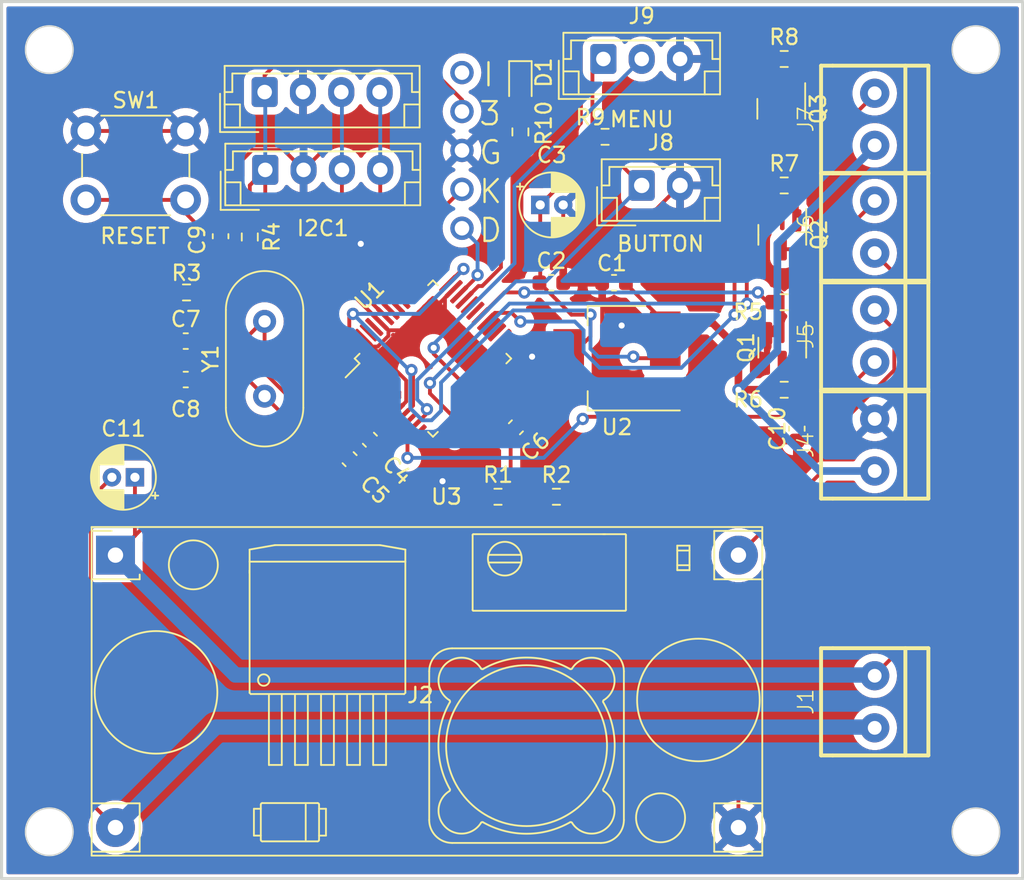
<source format=kicad_pcb>
(kicad_pcb (version 20221018) (generator pcbnew)
  (layers (0 "F.Cu" signal) (31 "B.Cu" signal) (34 "B.Paste" user) (35 "F.Paste" user) (36 "B.SilkS" user "B.Silkscreen") (37 "F.SilkS" user "F.Silkscreen") (38 "B.Mask" user) (39 "F.Mask" user) (44 "Edge.Cuts" user))
  (net 0 "")
  (net 1 "+6V")
  (net 2 "GND")
  (net 3 "+3V3")
  (net 4 "BAT_ADC")
  (net 5 "Net-(D1-A)")
  (net 6 "OSCIN")
  (net 7 "OSCOUT")
  (net 8 "NRST")
  (net 9 "HALL_SENS")
  (net 10 "+BATT")
  (net 11 "SDA")
  (net 12 "SCL")
  (net 13 "SERVO_SIGNAL")
  (net 14 "Net-(Q2-D)")
  (net 15 "Net-(Q3-D)")
  (net 16 "BUTTON")
  (net 17 "MENU_ADC")
  (net 18 "Net-(Q1-G)")
  (net 19 "Net-(Q2-G)")
  (net 20 "Net-(Q3-G)")
  (net 21 "SERVO_PWM")
  (net 22 "HEADLIGHT")
  (net 30 "BRAKE_LED_PWM")
  (net 42 "STATUS")
  (net 43 "SWDIO")
  (net 44 "SWCLK")
  (net 51 "Net-(C11-Pad2)")
  (footprint "Capacitor_THT:CP_Radial_D4.0mm_P1.50mm" (layer "F.Cu") (at 143.026 80.772)
    (fp_text reference "C3" (at 0.75 -3.25) (layer "F.SilkS"))
    (fp_text value "220µF" hide)
    (pad "1" thru_hole rect (at 0 0) (size 1.2 1.2) (drill 0.6) (layers "*.Cu" "*.Mask") (net 3 "+3V3"))
    (pad "2" thru_hole circle (at 1.5 0) (size 1.2 1.2) (drill 0.6) (layers "*.Cu" "*.Mask") (net 2 "GND"))
  )
  (footprint "Button_Switch_THT:SW_PUSH_6mm" (layer "F.Cu") (at 113.388 75.946)
    (fp_text reference "SW1" (at 3.25 -2) (layer "F.SilkS"))
    (fp_text value "RESET" hide)
    (pad "1" thru_hole circle (at 0 0 90) (size 2 2) (drill 1.1) (layers "*.Cu" "*.Mask") (net 2 "GND"))
    (pad "1" thru_hole circle (at 6.5 0 90) (size 2 2) (drill 1.1) (layers "*.Cu" "*.Mask") (net 2 "GND"))
    (pad "2" thru_hole circle (at 0 4.5 90) (size 2 2) (drill 1.1) (layers "*.Cu" "*.Mask") (net 8 "NRST"))
    (pad "2" thru_hole circle (at 6.5 4.5 90) (size 2 2) (drill 1.1) (layers "*.Cu" "*.Mask") (net 8 "NRST"))
  )
  (footprint "Capacitor_SMD:C_0603_1608Metric" (layer "F.Cu") (at 159.766 95.377 -90)
    (fp_text reference "C10" (at 0 1.27 90) (layer "F.SilkS"))
    (fp_text value "10nF" hide)
    (pad "1" smd roundrect (at -0.775 0 270) (size 0.9 0.95) (layers "F.Cu" "F.Paste" "F.Mask") (net 9 "HALL_SENS"))
    (pad "2" smd roundrect (at 0.775 0 270) (size 0.9 0.95) (layers "F.Cu" "F.Paste" "F.Mask") (net 2 "GND"))
  )
  (footprint "Capacitor_SMD:C_0603_1608Metric" (layer "F.Cu") (at 143.751 85.852)
    (fp_text reference "C2" (at 0 -1.43) (layer "F.SilkS"))
    (fp_text value "10uF" hide)
    (pad "1" smd roundrect (at -0.775 0) (size 0.9 0.95) (layers "F.Cu" "F.Paste" "F.Mask") (net 3 "+3V3"))
    (pad "2" smd roundrect (at 0.775 0) (size 0.9 0.95) (layers "F.Cu" "F.Paste" "F.Mask") (net 2 "GND"))
  )
  (footprint "Capacitor_SMD:C_0603_1608Metric" (layer "F.Cu") (at 119.901 92.172)
    (fp_text reference "C8" (at 0 1.935) (layer "F.SilkS"))
    (fp_text value "20pF" hide)
    (pad "1" smd roundrect (at -0.775 0) (size 0.9 0.95) (layers "F.Cu" "F.Paste" "F.Mask") (net 2 "GND"))
    (pad "2" smd roundrect (at 0.775 0) (size 0.9 0.95) (layers "F.Cu" "F.Paste" "F.Mask") (net 7 "OSCOUT"))
  )
  (footprint "Resistor_SMD:R_0603_1608Metric" (layer "F.Cu") (at 141.732 76.009 90)
    (fp_text reference "R10" (at 0.571 1.524 90) (layer "F.SilkS"))
    (fp_text value "1K" hide)
    (pad "1" smd roundrect (at -0.825 0 90) (size 0.8 0.95) (layers "F.Cu" "F.Paste" "F.Mask") (net 42 "STATUS"))
    (pad "2" smd roundrect (at 0.825 0 90) (size 0.8 0.95) (layers "F.Cu" "F.Paste" "F.Mask") (net 5 "Net-(D1-A)"))
  )
  (footprint "power_symbols:screw_2p_small" (layer "F.Cu") (at 160.846 113.206 90)
    (fp_text reference "J1" (at 0 -0.5 90 unlocked) (layer "F.SilkS") (effects (font (thickness 0.1))))
    (fp_text value "BAT-+")
    (pad "1" thru_hole circle (at -1.7 4 90) (size 1.905 1.905) (drill 0.9) (layers "*.Cu" "*.Mask") (net 51 "Net-(C11-Pad2)"))
    (pad "2" thru_hole circle (at 1.7 4 90) (size 1.905 1.905) (drill 0.9) (layers "*.Cu" "*.Mask") (net 10 "+BATT"))
  )
  (footprint "Resistor_SMD:R_0603_1608Metric" (layer "F.Cu") (at 144.081 99.822)
    (fp_text reference "R2" (at 0 -1.43) (layer "F.SilkS"))
    (fp_text value "90R" hide)
    (pad "1" smd roundrect (at -0.825 0) (size 0.8 0.95) (layers "F.Cu" "F.Paste" "F.Mask") (net 4 "BAT_ADC"))
    (pad "2" smd roundrect (at 0.825 0) (size 0.8 0.95) (layers "F.Cu" "F.Paste" "F.Mask") (net 2 "GND"))
  )
  (footprint "power_symbols:screw_2p_small" (layer "F.Cu") (at 160.846 75.184 90)
    (fp_text reference "J7" (at 0 -0.5 90 unlocked) (layer "F.SilkS") (effects (font (thickness 0.1))))
    (fp_text value "BK_LT+-")
    (pad "1" thru_hole circle (at -1.7 4 90) (size 1.905 1.905) (drill 0.9) (layers "*.Cu" "*.Mask") (net 1 "+6V"))
    (pad "2" thru_hole circle (at 1.7 4 90) (size 1.905 1.905) (drill 0.9) (layers "*.Cu" "*.Mask") (net 15 "Net-(Q3-D)"))
  )
  (footprint "Package_TO_SOT_SMD:SOT-23" (layer "F.Cu") (at 158.75 74.5005 -90)
    (fp_text reference "Q3" (at 0 -2.4 90) (layer "F.SilkS"))
    (fp_text value "AO3400A")
    (pad "1" smd roundrect (at -0.9375 -0.95 270) (size 1.475 0.6) (layers "F.Cu" "F.Paste" "F.Mask") (net 20 "Net-(Q3-G)"))
    (pad "2" smd roundrect (at -0.9375 0.95 270) (size 1.475 0.6) (layers "F.Cu" "F.Paste" "F.Mask") (net 2 "GND"))
    (pad "3" smd roundrect (at 0.9375 0 270) (size 1.475 0.6) (layers "F.Cu" "F.Paste" "F.Mask") (net 15 "Net-(Q3-D)"))
  )
  (footprint "Package_TO_SOT_SMD:SOT-23" (layer "F.Cu") (at 158.816 90.0915 -90)
    (fp_text reference "Q1" (at 0 2.352 90) (layer "F.SilkS"))
    (fp_text value "AO3400A" hide)
    (pad "1" smd roundrect (at -0.9375 -0.95 270) (size 1.475 0.6) (layers "F.Cu" "F.Paste" "F.Mask") (net 18 "Net-(Q1-G)"))
    (pad "2" smd roundrect (at -0.9375 0.95 270) (size 1.475 0.6) (layers "F.Cu" "F.Paste" "F.Mask") (net 2 "GND"))
    (pad "3" smd roundrect (at 0.9375 0 270) (size 1.475 0.6) (layers "F.Cu" "F.Paste" "F.Mask") (net 13 "SERVO_SIGNAL"))
  )
  (footprint "Resistor_SMD:R_0603_1608Metric" (layer "F.Cu") (at 158.941 87.122)
    (fp_text reference "R5" (at -2.35 0.635) (layer "F.SilkS"))
    (fp_text value "120R" hide)
    (pad "1" smd roundrect (at -0.825 0) (size 0.8 0.95) (layers "F.Cu" "F.Paste" "F.Mask") (net 21 "SERVO_PWM"))
    (pad "2" smd roundrect (at 0.825 0) (size 0.8 0.95) (layers "F.Cu" "F.Paste" "F.Mask") (net 18 "Net-(Q1-G)"))
  )
  (footprint "power_symbols:YAAJ_DCDC_StepDown_LM2596" (layer "F.Cu") (at 115.316 103.632)
    (fp_text reference "U3" (at 21.59 -3.81) (layer "F.SilkS"))
    (fp_text value "YAAJ_DCDC_StepDown_LM2596" hide)
    (pad "1" thru_hole rect (at 0 0) (size 2.54 2.54) (drill 1) (layers "*.Cu" "*.Mask") (net 10 "+BATT"))
    (pad "2" thru_hole circle (at 0 17.78) (size 2.54 2.54) (drill 1) (layers "*.Cu" "*.Mask") (net 51 "Net-(C11-Pad2)"))
    (pad "3" thru_hole circle (at 40.64 17.78) (size 2.54 2.54) (drill 1) (layers "*.Cu" "*.Mask") (net 2 "GND"))
    (pad "4" thru_hole circle (at 40.64 0) (size 2.54 2.54) (drill 1) (layers "*.Cu" "*.Mask") (net 1 "+6V"))
  )
  (footprint "Package_TO_SOT_SMD:SOT-223-3_TabPin2" (layer "F.Cu") (at 148.0312 90.7796 180)
    (fp_text reference "U2" (at 0 -4.5) (layer "F.SilkS"))
    (fp_text value "AMS1117-3.3" hide)
    (pad "1" smd rect (at -3.15 -2.3 180) (size 2 1.5) (layers "F.Cu" "F.Paste" "F.Mask") (net 2 "GND"))
    (pad "2" smd rect (at -3.15 0 180) (size 2 1.5) (layers "F.Cu" "F.Paste" "F.Mask") (net 3 "+3V3"))
    (pad "2" smd rect (at 3.15 0 180) (size 2 3.8) (layers "F.Cu" "F.Paste" "F.Mask") (net 3 "+3V3"))
    (pad "3" smd rect (at -3.15 2.3 180) (size 2 1.5) (layers "F.Cu" "F.Paste" "F.Mask") (net 1 "+6V"))
  )
  (footprint "power_symbols:screw_2p_small" (layer "F.Cu") (at 160.846 82.218 90)
    (fp_text reference "J6" (at 0 -0.5 90 unlocked) (layer "F.SilkS") (effects (font (thickness 0.1))))
    (fp_text value "FR_LT+-")
    (pad "1" thru_hole circle (at -1.7 4 90) (size 1.905 1.905) (drill 0.9) (layers "*.Cu" "*.Mask") (net 10 "+BATT"))
    (pad "2" thru_hole circle (at 1.7 4 90) (size 1.905 1.905) (drill 0.9) (layers "*.Cu" "*.Mask") (net 14 "Net-(Q2-D)"))
  )
  (footprint "Package_QFP:LQFP-48_7x7mm_P0.5mm" (layer "F.Cu") (at 136.027231 90.800905 45)
    (fp_text reference "U1" (at 0 -5.85 45) (layer "F.SilkS"))
    (fp_text value "STM32F103C6Tx" hide)
    (pad "1" smd roundrect (at -4.1625 -2.75 45) (size 1.475 0.3) (layers "F.Cu" "F.Paste" "F.Mask"))
    (pad "2" smd roundrect (at -4.1625 -2.25 45) (size 1.475 0.3) (layers "F.Cu" "F.Paste" "F.Mask"))
    (pad "3" smd roundrect (at -4.1625 -1.75 45) (size 1.475 0.3) (layers "F.Cu" "F.Paste" "F.Mask"))
    (pad "4" smd roundrect (at -4.1625 -1.25 45) (size 1.475 0.3) (layers "F.Cu" "F.Paste" "F.Mask"))
    (pad "5" smd roundrect (at -4.1625 -0.75 45) (size 1.475 0.3) (layers "F.Cu" "F.Paste" "F.Mask") (net 6 "OSCIN"))
    (pad "6" smd roundrect (at -4.1625 -0.25 45) (size 1.475 0.3) (layers "F.Cu" "F.Paste" "F.Mask") (net 7 "OSCOUT"))
    (pad "7" smd roundrect (at -4.1625 0.25 45) (size 1.475 0.3) (layers "F.Cu" "F.Paste" "F.Mask") (net 8 "NRST"))
    (pad "8" smd roundrect (at -4.1625 0.75 45) (size 1.475 0.3) (layers "F.Cu" "F.Paste" "F.Mask") (net 2 "GND"))
    (pad "9" smd roundrect (at -4.1625 1.25 45) (size 1.475 0.3) (layers "F.Cu" "F.Paste" "F.Mask") (net 3 "+3V3"))
    (pad "10" smd roundrect (at -4.1625 1.75 45) (size 1.475 0.3) (layers "F.Cu" "F.Paste" "F.Mask"))
    (pad "11" smd roundrect (at -4.1625 2.25 45) (size 1.475 0.3) (layers "F.Cu" "F.Paste" "F.Mask") (net 16 "BUTTON"))
    (pad "12" smd roundrect (at -4.1625 2.75 45) (size 1.475 0.3) (layers "F.Cu" "F.Paste" "F.Mask") (net 9 "HALL_SENS"))
    (pad "13" smd roundrect (at -2.75 4.1625 45) (size 0.3 1.475) (layers "F.Cu" "F.Paste" "F.Mask"))
    (pad "14" smd roundrect (at -2.25 4.1625 45) (size 0.3 1.475) (layers "F.Cu" "F.Paste" "F.Mask"))
    (pad "15" smd roundrect (at -1.75 4.1625 45) (size 0.3 1.475) (layers "F.Cu" "F.Paste" "F.Mask") (net 22 "HEADLIGHT"))
    (pad "16" smd roundrect (at -1.25 4.1625 45) (size 0.3 1.475) (layers "F.Cu" "F.Paste" "F.Mask"))
    (pad "17" smd roundrect (at -0.75 4.1625 45) (size 0.3 1.475) (layers "F.Cu" "F.Paste" "F.Mask"))
    (pad "18" smd roundrect (at -0.25 4.1625 45) (size 0.3 1.475) (layers "F.Cu" "F.Paste" "F.Mask") (net 4 "BAT_ADC"))
    (pad "19" smd roundrect (at 0.25 4.1625 45) (size 0.3 1.475) (layers "F.Cu" "F.Paste" "F.Mask") (net 17 "MENU_ADC"))
    (pad "20" smd roundrect (at 0.75 4.1625 45) (size 0.3 1.475) (layers "F.Cu" "F.Paste" "F.Mask"))
    (pad "21" smd roundrect (at 1.25 4.1625 45) (size 0.3 1.475) (layers "F.Cu" "F.Paste" "F.Mask"))
    (pad "22" smd roundrect (at 1.75 4.1625 45) (size 0.3 1.475) (layers "F.Cu" "F.Paste" "F.Mask"))
    (pad "23" smd roundrect (at 2.25 4.1625 45) (size 0.3 1.475) (layers "F.Cu" "F.Paste" "F.Mask") (net 2 "GND"))
    (pad "24" smd roundrect (at 2.75 4.1625 45) (size 0.3 1.475) (layers "F.Cu" "F.Paste" "F.Mask") (net 3 "+3V3"))
    (pad "25" smd roundrect (at 4.1625 2.75 45) (size 1.475 0.3) (layers "F.Cu" "F.Paste" "F.Mask"))
    (pad "26" smd roundrect (at 4.1625 2.25 45) (size 1.475 0.3) (layers "F.Cu" "F.Paste" "F.Mask"))
    (pad "27" smd roundrect (at 4.1625 1.75 45) (size 1.475 0.3) (layers "F.Cu" "F.Paste" "F.Mask"))
    (pad "28" smd roundrect (at 4.1625 1.25 45) (size 1.475 0.3) (layers "F.Cu" "F.Paste" "F.Mask"))
    (pad "29" smd roundrect (at 4.1625 0.75 45) (size 1.475 0.3) (layers "F.Cu" "F.Paste" "F.Mask") (net 30 "BRAKE_LED_PWM"))
    (pad "30" smd roundrect (at 4.1625 0.25 45) (size 1.475 0.3) (layers "F.Cu" "F.Paste" "F.Mask") (net 21 "SERVO_PWM"))
    (pad "31" smd roundrect (at 4.1625 -0.25 45) (size 1.475 0.3) (layers "F.Cu" "F.Paste" "F.Mask"))
    (pad "32" smd roundrect (at 4.1625 -0.75 45) (size 1.475 0.3) (layers "F.Cu" "F.Paste" "F.Mask"))
    (pad "33" smd roundrect (at 4.1625 -1.25 45) (size 1.475 0.3) (layers "F.Cu" "F.Paste" "F.Mask") (net 42 "STATUS"))
    (pad "34" smd roundrect (at 4.1625 -1.75 45) (size 1.475 0.3) (layers "F.Cu" "F.Paste" "F.Mask") (net 43 "SWDIO"))
    (pad "35" smd roundrect (at 4.1625 -2.25 45) (size 1.475 0.3) (layers "F.Cu" "F.Paste" "F.Mask") (net 2 "GND"))
    (pad "36" smd roundrect (at 4.1625 -2.75 45) (size 1.475 0.3) (layers "F.Cu" "F.Paste" "F.Mask") (net 3 "+3V3"))
    (pad "37" smd roundrect (at 2.75 -4.1625 45) (size 0.3 1.475) (layers "F.Cu" "F.Paste" "F.Mask") (net 44 "SWCLK"))
    (pad "38" smd roundrect (at 2.25 -4.1625 45) (size 0.3 1.475) (layers "F.Cu" "F.Paste" "F.Mask"))
    (pad "39" smd roundrect (at 1.75 -4.1625 45) (size 0.3 1.475) (layers "F.Cu" "F.Paste" "F.Mask"))
    (pad "40" smd roundrect (at 1.25 -4.1625 45) (size 0.3 1.475) (layers "F.Cu" "F.Paste" "F.Mask"))
    (pad "41" smd roundrect (at 0.75 -4.1625 45) (size 0.3 1.475) (layers "F.Cu" "F.Paste" "F.Mask"))
    (pad "42" smd roundrect (at 0.25 -4.1625 45) (size 0.3 1.475) (layers "F.Cu" "F.Paste" "F.Mask") (net 12 "SCL"))
    (pad "43" smd roundrect (at -0.25 -4.1625 45) (size 0.3 1.475) (layers "F.Cu" "F.Paste" "F.Mask") (net 11 "SDA"))
    (pad "44" smd roundrect (at -0.75 -4.1625 45) (size 0.3 1.475) (layers "F.Cu" "F.Paste" "F.Mask") (net 2 "GND"))
    (pad "45" smd roundrect (at -1.25 -4.1625 45) (size 0.3 1.475) (layers "F.Cu" "F.Paste" "F.Mask"))
    (pad "46" smd roundrect (at -1.75 -4.1625 45) (size 0.3 1.475) (layers "F.Cu" "F.Paste" "F.Mask"))
    (pad "47" smd roundrect (at -2.25 -4.1625 45) (size 0.3 1.475) (layers "F.Cu" "F.Paste" "F.Mask") (net 2 "GND"))
    (pad "48" smd roundrect (at -2.75 -4.1625 45) (size 0.3 1.475) (layers "F.Cu" "F.Paste" "F.Mask") (net 3 "+3V3"))
  )
  (footprint "power_symbols:screw_2p_small" (layer "F.Cu") (at 160.846 96.442 90)
    (fp_text reference "J4" (at 0 -0.5 90 unlocked) (layer "F.SilkS") (effects (font (thickness 0.1))))
    (fp_text value "SRVO+-")
    (pad "1" thru_hole circle (at -1.7 4 90) (size 1.905 1.905) (drill 0.9) (layers "*.Cu" "*.Mask") (net 1 "+6V"))
    (pad "2" thru_hole circle (at 1.7 4 90) (size 1.905 1.905) (drill 0.9) (layers "*.Cu" "*.Mask") (net 2 "GND"))
  )
  (footprint "Resistor_SMD:R_0603_1608Metric" (layer "F.Cu") (at 124.079 82.867 -90)
    (fp_text reference "R4" (at 0 -1.43 90) (layer "F.SilkS"))
    (fp_text value "10K" hide)
    (pad "1" smd roundrect (at -0.825 0 270) (size 0.8 0.95) (layers "F.Cu" "F.Paste" "F.Mask") (net 3 "+3V3"))
    (pad "2" smd roundrect (at 0.825 0 270) (size 0.8 0.95) (layers "F.Cu" "F.Paste" "F.Mask") (net 8 "NRST"))
  )
  (footprint "LED_SMD:LED_0603_1608Metric" (layer "F.Cu") (at 141.732 72.8725 -90)
    (fp_text reference "D1" (at -0.7365 -1.524 90) (layer "F.SilkS"))
    (fp_text value "LED" hide)
    (pad "1" smd roundrect (at -0.7875 0 270) (size 0.875 0.95) (layers "F.Cu" "F.Paste" "F.Mask") (net 2 "GND"))
    (pad "2" smd roundrect (at 0.7875 0 270) (size 0.875 0.95) (layers "F.Cu" "F.Paste" "F.Mask") (net 5 "Net-(D1-A)"))
  )
  (footprint "Capacitor_SMD:C_0603_1608Metric" (layer "F.Cu") (at 130.589984 97.368992 135)
    (fp_text reference "C5" (at -2.566079 -0.251023 135) (layer "F.SilkS"))
    (fp_text value "4.7uF" hide)
    (pad "1" smd roundrect (at -0.775 0 135) (size 0.9 0.95) (layers "F.Cu" "F.Paste" "F.Mask") (net 3 "+3V3"))
    (pad "2" smd roundrect (at 0.775 0 135) (size 0.9 0.95) (layers "F.Cu" "F.Paste" "F.Mask") (net 2 "GND"))
  )
  (footprint "power_symbols:stm_headers" (layer "F.Cu") (at 137.922 72.136)
    (fp_text reference "P1" hide)
    (fp_text value "~" hide)
    (fp_text user "G" (at 1.016 6.096 unlocked) (layer "F.SilkS") (effects (font (size 1.5 1.5) (thickness 0.153)) (justify left bottom)))
    (fp_text user "K" (at 1.016 8.636 unlocked) (layer "F.SilkS") (effects (font (size 1.5 1.5) (thickness 0.153) bold) (justify left bottom)))
    (fp_text user "D" (at 1.016 11.176 unlocked) (layer "F.SilkS") (effects (font (size 1.5 1.5) (thickness 0.153)) (justify left bottom)))
    (fp_text user "I" (at 1.27 1.016 unlocked) (layer "F.SilkS") (effects (font (size 1.5 1.5) (thickness 0.153)) (justify left bottom)))
    (fp_text user "3" (at 1.016 3.556 unlocked) (layer "F.SilkS") (effects (font (size 1.5 1.5) (thickness 0.153)) (justify left bottom)))
    (pad "1" thru_hole circle (at 0 0) (size 1.524 1.524) (drill 0.95) (layers "*.Cu" "*.Mask"))
    (pad "2" thru_hole circle (at 0 2.54) (size 1.524 1.524) (drill 0.95) (layers "*.Cu" "*.Mask") (net 3 "+3V3"))
    (pad "3" thru_hole circle (at 0 5.08) (size 1.524 1.524) (drill 0.95) (layers "*.Cu" "*.Mask") (net 2 "GND"))
    (pad "4" thru_hole circle (at 0 7.62) (size 1.524 1.524) (drill 0.95) (layers "*.Cu" "*.Mask") (net 44 "SWCLK"))
    (pad "5" thru_hole circle (at 0 10.16) (size 1.524 1.524) (drill 0.95) (layers "*.Cu" "*.Mask") (net 43 "SWDIO"))
  )
  (footprint "Resistor_SMD:R_0603_1608Metric" (layer "F.Cu") (at 158.941 92.837 180)
    (fp_text reference "R6" (at 2.35 -0.635) (layer "F.SilkS"))
    (fp_text value "1K" hide)
    (pad "1" smd roundrect (at -0.825 0 180) (size 0.8 0.95) (layers "F.Cu" "F.Paste" "F.Mask") (net 13 "SERVO_SIGNAL"))
    (pad "2" smd roundrect (at 0.825 0 180) (size 0.8 0.95) (layers "F.Cu" "F.Paste" "F.Mask") (net 1 "+6V"))
  )
  (footprint "power_symbols:screw_2p_small" (layer "F.Cu") (at 160.846 89.33 90)
    (fp_text reference "J5" (at 0 -0.5 90 unlocked) (layer "F.SilkS") (effects (font (thickness 0.1))))
    (fp_text value "SRV/HLL")
    (pad "1" thru_hole circle (at -1.7 4 90) (size 1.905 1.905) (drill 0.9) (layers "*.Cu" "*.Mask") (net 13 "SERVO_SIGNAL"))
    (pad "2" thru_hole circle (at 1.7 4 90) (size 1.905 1.905) (drill 0.9) (layers "*.Cu" "*.Mask") (net 9 "HALL_SENS"))
  )
  (footprint "Capacitor_SMD:C_0603_1608Metric" (layer "F.Cu") (at 141.437992 95.290008 45)
    (fp_text reference "C6" (at 0 1.796051 45) (layer "F.SilkS"))
    (fp_text value "100nF" hide)
    (pad "1" smd roundrect (at -0.775 0 45) (size 0.9 0.95) (layers "F.Cu" "F.Paste" "F.Mask") (net 4 "BAT_ADC"))
    (pad "2" smd roundrect (at 0.775 0 45) (size 0.9 0.95) (layers "F.Cu" "F.Paste" "F.Mask") (net 2 "GND"))
  )
  (footprint "Resistor_SMD:R_0603_1608Metric" (layer "F.Cu") (at 140.271 99.822)
    (fp_text reference "R1" (at 0 -1.43) (layer "F.SilkS"))
    (fp_text value "270R" hide)
    (pad "1" smd roundrect (at -0.825 0) (size 0.8 0.95) (layers "F.Cu" "F.Paste" "F.Mask") (net 10 "+BATT"))
    (pad "2" smd roundrect (at 0.825 0) (size 0.8 0.95) (layers "F.Cu" "F.Paste" "F.Mask") (net 4 "BAT_ADC"))
  )
  (footprint "Connector_JST:JST_EH_B3B-EH-A_1x03_P2.50mm_Vertical" (layer "F.Cu") (at 147.146 71.247)
    (fp_text reference "J9" (at 2.5 -2.8) (layer "F.SilkS"))
    (fp_text value "MENU" (at 2.5 3.937) (layer "F.SilkS"))
    (pad "1" thru_hole roundrect (at 0 0) (size 1.7 1.95) (drill 0.95) (layers "*.Cu" "*.Mask") (roundrect_rratio 0.1470588235) (net 3 "+3V3"))
    (pad "2" thru_hole oval (at 2.5 0) (size 1.7 1.95) (drill 0.95) (layers "*.Cu" "*.Mask") (net 17 "MENU_ADC"))
    (pad "3" thru_hole oval (at 5 0) (size 1.7 1.95) (drill 0.95) (layers "*.Cu" "*.Mask") (net 2 "GND"))
  )
  (footprint "Capacitor_SMD:C_0603_1608Metric" (layer "F.Cu") (at 119.901 89.662)
    (fp_text reference "C7" (at 0 -1.43) (layer "F.SilkS"))
    (fp_text value "20pF" hide)
    (pad "1" smd roundrect (at -0.775 0) (size 0.9 0.95) (layers "F.Cu" "F.Paste" "F.Mask") (net 2 "GND"))
    (pad "2" smd roundrect (at 0.775 0) (size 0.9 0.95) (layers "F.Cu" "F.Paste" "F.Mask") (net 6 "OSCIN"))
  )
  (footprint "Resistor_SMD:R_0603_1608Metric" (layer "F.Cu") (at 119.951 86.487 180)
    (fp_text reference "R3" (at 0 1.27) (layer "F.SilkS"))
    (fp_text value "1M" hide)
    (pad "1" smd roundrect (at -0.825 0 180) (size 0.8 0.95) (layers "F.Cu" "F.Paste" "F.Mask") (net 6 "OSCIN"))
    (pad "2" smd roundrect (at 0.825 0 180) (size 0.8 0.95) (layers "F.Cu" "F.Paste" "F.Mask") (net 7 "OSCOUT"))
  )
  (footprint "Capacitor_THT:CP_Radial_D4.0mm_P1.50mm" (layer "F.Cu") (at 116.586 98.552 180)
    (fp_text reference "C11" (at 0.75 3.175 180) (layer "F.SilkS"))
    (fp_text value "220uF" hide)
    (pad "1" thru_hole rect (at 0 0 180) (size 1.2 1.2) (drill 0.6) (layers "*.Cu" "*.Mask") (net 10 "+BATT"))
    (pad "2" thru_hole circle (at 1.5 0 180) (size 1.2 1.2) (drill 0.6) (layers "*.Cu" "*.Mask") (net 51 "Net-(C11-Pad2)"))
  )
  (footprint "Connector_JST:JST_EH_B4B-EH-A_1x04_P2.50mm_Vertical" (layer "F.Cu") (at 125.088 78.486)
    (fp_text reference "J2" (at 10.12 34.29) (layer "F.SilkS"))
    (fp_text value "I2C1" (at 3.75 3.81) (layer "F.SilkS"))
    (pad "1" thru_hole roundrect (at 0 0) (size 1.7 1.95) (drill 0.95) (layers "*.Cu" "*.Mask") (roundrect_rratio 0.1470588235) (net 3 "+3V3"))
    (pad "2" thru_hole oval (at 2.5 0) (size 1.7 1.95) (drill 0.95) (layers "*.Cu" "*.Mask") (net 2 "GND"))
    (pad "3" thru_hole oval (at 5 0) (size 1.7 1.95) (drill 0.95) (layers "*.Cu" "*.Mask") (net 11 "SDA"))
    (pad "4" thru_hole oval (at 7.5 0) (size 1.7 1.95) (drill 0.95) (layers "*.Cu" "*.Mask") (net 12 "SCL"))
  )
  (footprint "Connector_JST:JST_EH_B4B-EH-A_1x04_P2.50mm_Vertical" (layer "F.Cu") (at 125.048 73.406)
    (fp_text reference "J3" hide)
    (fp_text value "I2C1" hide)
    (pad "1" thru_hole roundrect (at 0 0) (size 1.7 1.95) (drill 0.95) (layers "*.Cu" "*.Mask") (roundrect_rratio 0.1470588235) (net 3 "+3V3"))
    (pad "2" thru_hole oval (at 2.5 0) (size 1.7 1.95) (drill 0.95) (layers "*.Cu" "*.Mask") (net 2 "GND"))
    (pad "3" thru_hole oval (at 5 0) (size 1.7 1.95) (drill 0.95) (layers "*.Cu" "*.Mask") (net 11 "SDA"))
    (pad "4" thru_hole oval (at 7.5 0) (size 1.7 1.95) (drill 0.95) (layers "*.Cu" "*.Mask") (net 12 "SCL"))
  )
  (footprint "Connector_JST:JST_EH_B2B-EH-A_1x02_P2.50mm_Vertical" (layer "F.Cu") (at 149.646 79.502)
    (fp_text reference "J8" (at 1.25 -2.8) (layer "F.SilkS"))
    (fp_text value "BUTTON" (at 1.23 3.81) (layer "F.SilkS"))
    (pad "1" thru_hole roundrect (at 0 0) (size 1.7 2) (drill 1) (layers "*.Cu" "*.Mask") (roundrect_rratio 0.1470588235) (net 16 "BUTTON"))
    (pad "2" thru_hole oval (at 2.5 0) (size 1.7 2) (drill 1) (layers "*.Cu" "*.Mask") (net 2 "GND"))
  )
  (footprint "Resistor_SMD:R_0603_1608Metric" (layer "F.Cu") (at 147.256 76.327 180)
    (fp_text reference "R9" (at 0.952 1.27) (layer "F.SilkS"))
    (fp_text value "4K7" hide)
    (pad "1" smd roundrect (at -0.825 0 180) (size 0.8 0.95) (layers "F.Cu" "F.Paste" "F.Mask") (net 16 "BUTTON"))
    (pad "2" smd roundrect (at 0.825 0 180) (size 0.8 0.95) (layers "F.Cu" "F.Paste" "F.Mask") (net 3 "+3V3"))
  )
  (footprint "Crystal:Crystal_HC49-4H_Vertical" (layer "F.Cu") (at 125.0442 93.2542 90)
    (fp_text reference "Y1" (at 2.44 -3.525 90) (layer "F.SilkS"))
    (fp_text value "8MHz")
    (pad "1" thru_hole circle (at 0 0 90) (size 1.5 1.5) (drill 0.8) (layers "*.Cu" "*.Mask") (net 7 "OSCOUT"))
    (pad "2" thru_hole circle (at 4.88 0 90) (size 1.5 1.5) (drill 0.8) (layers "*.Cu" "*.Mask") (net 6 "OSCIN"))
  )
  (footprint "Capacitor_SMD:C_0603_1608Metric" (layer "F.Cu") (at 147.841 85.852 180)
    (fp_text reference "C1" (at 0.14 1.27) (layer "F.SilkS"))
    (fp_text value "10uF" hide)
    (pad "1" smd roundrect (at -0.775 0 180) (size 0.9 0.95) (layers "F.Cu" "F.Paste" "F.Mask") (net 1 "+6V"))
    (pad "2" smd roundrect (at 0.775 0 180) (size 0.9 0.95) (layers "F.Cu" "F.Paste" "F.Mask") (net 2 "GND"))
  )
  (footprint "Capacitor_SMD:C_0603_1608Metric" (layer "F.Cu") (at 131.912992 96.098992 135)
    (fp_text reference "C4" (at -2.656595 -0.160508 135) (layer "F.SilkS"))
    (fp_text value "100nF" hide)
    (pad "1" smd roundrect (at -0.775 0 135) (size 0.9 0.95) (layers "F.Cu" "F.Paste" "F.Mask") (net 3 "+3V3"))
    (pad "2" smd roundrect (at 0.775 0 135) (size 0.9 0.95) (layers "F.Cu" "F.Paste" "F.Mask") (net 2 "GND"))
  )
  (footprint "Package_TO_SOT_SMD:SOT-23" (layer "F.Cu") (at 158.816 82.7255 -90)
    (fp_text reference "Q2" (at 0 -2.4 90) (layer "F.SilkS"))
    (fp_text value "AO3400A")
    (pad "1" smd roundrect (at -0.9375 -0.95 270) (size 1.475 0.6) (layers "F.Cu" "F.Paste" "F.Mask") (net 19 "Net-(Q2-G)"))
    (pad "2" smd roundrect (at -0.9375 0.95 270) (size 1.475 0.6) (layers "F.Cu" "F.Paste" "F.Mask") (net 2 "GND"))
    (pad "3" smd roundrect (at 0.9375 0 270) (size 1.475 0.6) (layers "F.Cu" "F.Paste" "F.Mask") (net 14 "Net-(Q2-D)"))
  )
  (footprint "Resistor_SMD:R_0603_1608Metric" (layer "F.Cu") (at 158.941 71.247)
    (fp_text reference "R8" (at 0 -1.43) (layer "F.SilkS"))
    (fp_text value "120R" hide)
    (pad "1" smd roundrect (at -0.825 0) (size 0.8 0.95) (layers "F.Cu" "F.Paste" "F.Mask") (net 30 "BRAKE_LED_PWM"))
    (pad "2" smd roundrect (at 0.825 0) (size 0.8 0.95) (layers "F.Cu" "F.Paste" "F.Mask") (net 20 "Net-(Q3-G)"))
  )
  (footprint "Capacitor_SMD:C_0603_1608Metric" (layer "F.Cu") (at 122.174 82.817 90)
    (fp_text reference "C9" (at -0.241 -1.524 270) (layer "F.SilkS"))
    (fp_text value "100nF" hide)
    (pad "1" smd roundrect (at -0.775 0 90) (size 0.9 0.95) (layers "F.Cu" "F.Paste" "F.Mask") (net 8 "NRST"))
    (pad "2" smd roundrect (at 0.775 0 90) (size 0.9 0.95) (layers "F.Cu" "F.Paste" "F.Mask") (net 2 "GND"))
  )
  (footprint "Resistor_SMD:R_0603_1608Metric" (layer "F.Cu") (at 158.941 79.502)
    (fp_text reference "R7" (at 0 -1.43) (layer "F.SilkS"))
    (fp_text value "120R" hide)
    (pad "1" smd roundrect (at -0.825 0) (size 0.8 0.95) (layers "F.Cu" "F.Paste" "F.Mask") (net 22 "HEADLIGHT"))
    (pad "2" smd roundrect (at 0.825 0) (size 0.8 0.95) (layers "F.Cu" "F.Paste" "F.Mask") (net 19 "Net-(Q2-G)"))
  )
  (gr_circle (center 110.998 121.692) (end 112.548 121.692) (stroke (width 0.1)) (fill none) (layer "Edge.Cuts"))
  (gr_circle (center 110.998 70.638) (end 112.548 70.638) (stroke (width 0.1)) (fill none) (layer "Edge.Cuts"))
  (gr_circle (center 171.45 70.638) (end 173 70.638) (stroke (width 0.1)) (fill none) (layer "Edge.Cuts"))
  (gr_circle (center 171.45 121.692) (end 173 121.692) (stroke (width 0.1)) (fill none) (layer "Edge.Cuts"))
  (gr_rect (start 107.883177 67.497177) (end 174.498 124.74741) (stroke (width 0.2)) (fill none) (layer "Edge.Cuts"))
  (gr_text "RESET" (at 116.586 82.804) (layer "F.SilkS") (effects (font (size 1 1))))
  (segment (start 148.616 85.9144) (end 151.1812 88.4796) (width 0.25) (layer "F.Cu") (net 1))
  (segment (start 155.956 90.17) (end 154.2656 88.4796) (width 0.5) (layer "F.Cu") (net 1))
  (segment (start 154.2656 88.4796) (end 151.1812 88.4796) (width 0.5) (layer "F.Cu") (net 1))
  (segment (start 155.956 92.84) (end 155.956 90.17) (width 0.5) (layer "F.Cu") (net 1))
  (segment (start 155.956 92.84) (end 155.959 92.837) (width 0.5) (layer "F.Cu") (net 1))
  (segment (start 161.446 98.142) (end 164.846 98.142) (width 0.25) (layer "F.Cu") (net 1))
  (segment (start 155.956 103.632) (end 161.446 98.142) (width 0.25) (layer "F.Cu") (net 1))
  (segment (start 148.616 85.852) (end 148.616 85.9144) (width 0.25) (layer "F.Cu") (net 1))
  (segment (start 155.959 92.837) (end 158.116 92.837) (width 0.5) (layer "F.Cu") (net 1))
  (via (at 155.956 92.84) (size 0.8) (drill 0.4) (layers "F.Cu" "B.Cu") (net 1))
  (segment (start 158.496 90.3) (end 155.956 92.84) (width 0.5) (layer "B.Cu") (net 1))
  (segment (start 158.496 83.312) (end 158.496 90.3) (width 0.5) (layer "B.Cu") (net 1))
  (segment (start 164.846 76.962) (end 158.496 83.312) (width 0.5) (layer "B.Cu") (net 1))
  (segment (start 161.258 98.142) (end 155.956 92.84) (width 0.5) (layer "B.Cu") (net 1))
  (segment (start 164.846 98.142) (end 161.258 98.142) (width 0.5) (layer "B.Cu") (net 1))
  (segment (start 144.906 99.822) (end 144.906 97.662) (width 0.25) (layer "F.Cu") (net 2))
  (segment (start 122.174 79.2549) (end 124.2429 77.186) (width 0.25) (layer "F.Cu") (net 2))
  (segment (start 144.526 80.772) (end 144.526 85.852) (width 0.25) (layer "F.Cu") (net 2))
  (segment (start 159.004 80.65) (end 157.866 81.788) (width 0.25) (layer "F.Cu") (net 2))
  (segment (start 147.066 85.852) (end 147.066 84.582) (width 0.25) (layer "F.Cu") (net 2))
  (segment (start 137.160001 76.454001) (end 129.619999 76.454001) (width 0.25) (layer "F.Cu") (net 2))
  (segment (start 163.436 96.152) (end 159.766 96.152) (width 0.25) (layer "F.Cu") (net 2))
  (segment (start 132.337812 95.550984) (end 131.364984 95.550984) (width 0.25) (layer "F.Cu") (net 2))
  (segment (start 122.174 78.232) (end 122.174 82.042) (width 0.25) (layer "F.Cu") (net 2))
  (segment (start 126.288 77.186) (end 127.588 78.486) (width 0.25) (layer "F.Cu") (net 2))
  (segment (start 144.526 85.852) (end 147.066 85.852) (width 0.25) (layer "F.Cu") (net 2))
  (segment (start 164.846 94.742) (end 163.436 96.152) (width 0.25) (layer "F.Cu") (net 2))
  (segment (start 130.094984 96.820984) (end 131.364984 95.550984) (width 0.25) (layer "F.Cu") (net 2))
  (segment (start 157.8 73.563) (end 157.8 77.962996) (width 0.25) (layer "F.Cu") (net 2))
  (segment (start 134.688845 88.957311) (end 133.122977 88.957311) (width 0.25) (layer "F.Cu") (net 2))
  (segment (start 133.122977 89.321097) (end 133.122977 88.957311) (width 0.25) (layer "F.Cu") (net 2))
  (segment (start 129.619999 76.454001) (end 127.588 78.486) (width 0.25) (layer "F.Cu") (net 2))
  (segment (start 133.614229 94.274567) (end 132.337812 95.550984) (width 0.25) (layer "F.Cu") (net 2))
  (segment (start 127.588 78.486) (end 127.588 83.422334) (width 0.25) (layer "F.Cu") (net 2))
  (segment (start 149.2136 93.0796) (end 151.1812 93.0796) (width 0.25) (layer "F.Cu") (net 2))
  (segment (start 124.2429 77.186) (end 126.288 77.186) (width 0.25) (layer "F.Cu") (net 2))
  (segment (start 137.379573 86.266583) (end 134.688845 88.957311) (width 0.25) (layer "F.Cu") (net 2))
  (segment (start 122.174 82.042) (end 122.174 79.2549) (width 0.25) (layer "F.Cu") (net 2))
  (segment (start 152.146 71.247) (end 152.146 79.502) (width 0.25) (layer "F.Cu") (net 2))
  (segment (start 136.810165 86.835991) (end 137.379573 86.266583) (width 0.25) (layer "F.Cu") (net 2))
  (segment (start 155.956 121.412) (end 155.956 108.712) (width 0.25) (layer "F.Cu") (net 2))
  (segment (start 158.841 86.623996) (end 158.841 88.179) (width 0.25) (layer "F.Cu") (net 2))
  (segment (start 144.906 97.662) (end 141.986 94.742) (width 0.25) (layer "F.Cu") (net 2))
  (segment (start 137.922 77.216) (end 137.160001 76.454001) (width 0.25) (layer "F.Cu") (net 2))
  (segment (start 132.426103 90.017971) (end 133.122977 89.321097) (width 0.25) (layer "F.Cu") (net 2))
  (segment (start 134.280084 92.235738) (end 134.280084 93.608712) (width 0.25) (layer "F.Cu") (net 2))
  (segment (start 147.066 85.852) (end 147.066 90.932) (width 0.25) (layer "F.Cu") (net 2))
  (segment (start 157.866 81.788) (end 157.866 85.648996) (width 0.25) (layer "F.Cu") (net 2))
  (segment (start 157.866 85.648996) (end 158.841 86.623996) (width 0.25) (layer "F.Cu") (net 2))
  (segment (start 159.004 79.166996) (end 159.004 80.65) (width 0.25) (layer "F.Cu") (net 2))
  (segment (start 131.492909 89.448563) (end 132.062317 90.017971) (width 0.25) (layer "F.Cu") (net 2))
  (segment (start 119.126 89.662) (end 119.126 92.172) (width 0.25) (layer "F.Cu") (net 2))
  (segment (start 147.066 90.932) (end 149.2136 93.0796) (width 0.25) (layer "F.Cu") (net 2))
  (segment (start 141.487906 93.0796) (end 140.561553 92.153247) (width 0.25) (layer "F.Cu") (net 2))
  (segment (start 147.066 84.582) (end 152.146 79.502) (width 0.25) (layer "F.Cu") (net 2))
  (segment (start 151.1812 93.0796) (end 141.487906 93.0796) (width 0.25) (layer "F.Cu") (net 2))
  (segment (start 140.561553 92.153247) (end 136.810165 88.401859) (width 0.25) (layer "F.Cu") (net 2))
  (segment (start 132.062317 90.017971) (end 132.426103 90.017971) (width 0.25) (layer "F.Cu") (net 2))
  (segment (start 119.888 75.946) (end 122.174 78.232) (width 0.25) (layer "F.Cu") (net 2))
  (segment (start 158.841 88.179) (end 157.866 89.154) (width 0.25) (layer "F.Cu") (net 2))
  (segment (start 131.492909 89.448563) (end 134.280084 92.235738) (width 0.25) (layer "F.Cu") (net 2))
  (segment (start 141.986 93.577694) (end 140.561553 92.153247) (width 0.25) (layer "F.Cu") (net 2))
  (segment (start 141.986 94.742) (end 141.986 93.577694) (width 0.25) (layer "F.Cu") (net 2))
  (segment (start 113.388 75.946) (end 119.888 75.946) (width 0.25) (layer "F.Cu") (net 2))
  (segment (start 136.810165 88.401859) (end 136.810165 86.835991) (width 0.25) (layer "F.Cu") (net 2))
  (segment (start 134.280084 93.608712) (end 133.614229 94.274567) (width 0.25) (layer "F.Cu") (net 2))
  (segment (start 130.041976 96.820984) (end 130.094984 96.820984) (width 0.25) (layer "F.Cu") (net 2))
  (segment (start 157.8 77.962996) (end 159.004 79.166996) (width 0.25) (layer "F.Cu") (net 2))
  (segment (start 147.066 99.822) (end 144.906 99.822) (width 0.25) (layer "F.Cu") (net 2))
  (segment (start 157.866 89.154) (end 157.866 89.276) (width 0.25) (layer "F.Cu") (net 2))
  (segment (start 127.588 83.422334) (end 132.553569 88.387903) (width 0.25) (layer "F.Cu") (net 2))
  (segment (start 155.956 108.712) (end 147.066 99.822) (width 0.25) (layer "F.Cu") (net 2))
  (segment (start 133.122977 88.957311) (end 132.553569 88.387903) (width 0.25) (layer "F.Cu") (net 2))
  (via (at 136.652 98.806) (size 0.8) (drill 0.4) (layers "F.Cu" "B.Cu") (net 2))
  (via (at 148.336 88.646) (size 0.8) (drill 0.4) (layers "F.Cu" "B.Cu") (net 2))
  (via (at 131.318 83.312) (size 0.8) (drill 0.4) (layers "F.Cu" "B.Cu") (net 2))
  (via (at 142.494 90.678) (size 0.8) (drill 0.4) (layers "F.Cu" "B.Cu") (net 2))
  (segment (start 127.588 78.486) (end 127.588 73.446) (width 0.25) (layer "B.Cu") (net 2))
  (segment (start 127.588 73.446) (end 127.548 73.406) (width 0.25) (layer "B.Cu") (net 2))
  (segment (start 146.431 76.327) (end 146.431 71.962) (width 0.25) (layer "F.Cu") (net 3))
  (segment (start 149.1996 90.7796) (end 149.098 90.678) (width 0.25) (layer "F.Cu") (net 3))
  (segment (start 130.569948 88.124052) (end 130.81 87.884) (width 0.25) (layer "F.Cu") (net 3))
  (segment (start 146.304 87.937) (end 145.061 87.937) (width 0.25) (layer "F.Cu") (net 3))
  (segment (start 146.431 71.962) (end 147.146 71.247) (width 0.25) (layer "F.Cu") (net 3))
  (segment (start 134.62 70.612) (end 126.746 70.612) (width 0.25) (layer "F.Cu") (net 3))
  (segment (start 145.061 87.937) (end 142.976 85.852) (width 0.25) (layer "F.Cu") (net 3))
  (segment (start 137.922 74.676) (end 137.922 73.914) (width 0.25) (layer "F.Cu") (net 3))
  (segment (start 134.730084 91.660431) (end 134.730084 93.865818) (width 0.25) (layer "F.Cu") (net 3))
  (segment (start 146.431 76.327) (end 146.431 77.367) (width 0.25) (layer "F.Cu") (net 3))
  (segment (start 137.988968 84.95008) (end 137.026019 85.913029) (width 0.25) (layer "F.Cu") (net 3))
  (segment (start 143.026 85.802) (end 142.976 85.852) (width 0.25) (layer "F.Cu") (net 3))
  (segment (start 146.304 89.3568) (end 144.8812 90.7796) (width 0.25) (layer "F.Cu") (net 3))
  (segment (start 125.088 83.750762) (end 131.139355 89.802117) (width 0.25) (layer "F.Cu") (net 3))
  (segment (start 126.746 70.612) (end 125.048 72.31) (width 0.25) (layer "F.Cu") (net 3))
  (segment (start 144.8812 90.7796) (end 143.0312 92.6296) (width 0.25) (layer "F.Cu") (net 3))
  (segment (start 132.461 96.134902) (end 132.461 96.647) (width 0.25) (layer "F.Cu") (net 3))
  (segment (start 134.730084 93.865818) (end 133.967782 94.62812) (width 0.25) (layer "F.Cu") (net 3))
  (segment (start 143.0312 92.6296) (end 141.745014 92.6296) (width 0.25) (layer "F.Cu") (net 3))
  (segment (start 125.088 78.486) (end 125.088 83.750762) (width 0.25) (layer "F.Cu") (net 3))
  (segment (start 125.048 72.31) (end 125.048 73.406) (width 0.25) (layer "F.Cu") (net 3))
  (segment (start 141.745014 92.6296) (end 140.915107 91.799693) (width 0.25) (layer "F.Cu") (net 3))
  (segment (start 134.623674 91.554021) (end 134.730084 91.660431) (width 0.25) (layer "F.Cu") (net 3))
  (segment (start 130.569948 89.23271) (end 130.569948 88.124052) (width 0.25) (layer "F.Cu") (net 3))
  (segment (start 124.079 82.042) (end 124.079 79.495) (width 0.25) (layer "F.Cu") (net 3))
  (segment (start 131.139355 89.802117) (end 130.569948 89.23271) (width 0.25) (layer "F.Cu") (net 3))
  (segment (start 146.304 87.937) (end 146.304 89.3568) (width 0.25) (layer "F.Cu") (net 3))
  (segment (start 138.018853 84.95008) (end 137.988968 84.95008) (width 0.25) (layer "F.Cu") (net 3))
  (segment (start 137.922 73.914) (end 134.62 70.612) (width 0.25) (layer "F.Cu") (net 3))
  (segment (start 133.967782 94.62812) (end 132.461 96.134902) (width 0.25) (layer "F.Cu") (net 3))
  (segment (start 131.191 97.917) (end 132.461 96.647) (width 0.25) (layer "F.Cu") (net 3))
  (segment (start 143.026 80.772) (end 143.026 85.802) (width 0.25) (layer "F.Cu") (net 3))
  (segment (start 146.431 77.367) (end 143.026 80.772) (width 0.25) (layer "F.Cu") (net 3))
  (segment (start 131.137992 97.917) (end 131.191 97.917) (width 0.25) (layer "F.Cu") (net 3))
  (segment (start 151.1812 90.7796) (end 149.1996 90.7796) (width 0.25) (layer "F.Cu") (net 3))
  (segment (start 124.079 79.495) (end 125.088 78.486) (width 0.25) (layer "F.Cu") (net 3))
  (via (at 134.623674 91.554021) (size 0.8) (drill 0.4) (layers "F.Cu" "B.Cu") (net 3))
  (via (at 146.304 87.937) (size 0.8) (drill 0.4) (layers "F.Cu" "B.Cu") (net 3))
  (via (at 138.018853 84.95008) (size 0.8) (drill 0.4) (layers "F.Cu" "B.Cu") (net 3))
  (via (at 130.81 87.884) (size 0.8) (drill 0.4) (layers "F.Cu" "B.Cu") (net 3))
  (via (at 149.098 90.678) (size 0.8) (drill 0.4) (layers "F.Cu" "B.Cu") (net 3))
  (segment (start 135.335695 94.832) (end 134.551 94.047305) (width 0.25) (layer "B.Cu") (net 3))
  (segment (start 136.556153 92.366) (end 136.556153 94.212152) (width 0.25) (layer "B.Cu") (net 3))
  (segment (start 134.551 91.626695) (end 134.623674 91.554021) (width 0.25) (layer "B.Cu") (net 3))
  (segment (start 146.304 90.17) (end 146.812 90.678) (width 0.25) (layer "B.Cu") (net 3))
  (segment (start 125.088 78.486) (end 125.088 73.446) (width 0.25) (layer "B.Cu") (net 3))
  (segment (start 135.936305 94.832) (end 135.335695 94.832) (width 0.25) (layer "B.Cu") (net 3))
  (segment (start 146.029 87.662) (end 141.260153 87.662) (width 0.25) (layer "B.Cu") (net 3))
  (segment (start 134.551 94.047305) (end 134.551 91.626695) (width 0.25) (layer "B.Cu") (net 3))
  (segment (start 138.018853 84.993147) (end 135.128 87.884) (width 0.25) (layer "B.Cu") (net 3))
  (segment (start 141.260153 87.662) (end 136.556153 92.366) (width 0.25) (layer "B.Cu") (net 3))
  (segment (start 146.812 90.678) (end 149.098 90.678) (width 0.25) (layer "B.Cu") (net 3))
  (segment (start 146.304 87.937) (end 146.304 90.17) (width 0.25) (layer "B.Cu") (net 3))
  (segment (start 130.81 87.884) (end 134.480021 91.554021) (width 0.25) (layer "B.Cu") (net 3))
  (segment (start 138.018853 84.95008) (end 138.018853 84.993147) (width 0.25) (layer "B.Cu") (net 3))
  (segment (start 125.088 73.446) (end 125.048 73.406) (width 0.25) (layer "B.Cu") (net 3))
  (segment (start 146.304 87.937) (end 146.029 87.662) (width 0.25) (layer "B.Cu") (net 3))
  (segment (start 135.128 87.884) (end 130.81 87.884) (width 0.25) (layer "B.Cu") (net 3))
  (segment (start 136.556153 94.212152) (end 135.936305 94.832) (width 0.25) (layer "B.Cu") (net 3))
  (segment (start 134.480021 91.554021) (end 134.623674 91.554021) (width 0.25) (layer "B.Cu") (net 3))
  (segment (start 141.096 96.044032) (end 140.889984 95.838016) (width 0.25) (layer "F.Cu") (net 4))
  (segment (start 143.256 99.822) (end 141.096 99.822) (width 0.25) (layer "F.Cu") (net 4))
  (segment (start 141.096 99.822) (end 141.096 96.044032) (width 0.25) (layer "F.Cu") (net 4))
  (segment (start 140.889984 95.838016) (end 140.710788 95.838016) (width 0.25) (layer "F.Cu") (net 4))
  (segment (start 140.710788 95.838016) (end 138.793786 93.921014) (width 0.25) (layer "F.Cu") (net 4))
  (segment (start 141.732 75.184) (end 141.732 73.66) (width 0.25) (layer "F.Cu") (net 5))
  (segment (start 120.676 89.662) (end 123.6364 89.662) (width 0.25) (layer "F.Cu") (net 6))
  (segment (start 127.108115 93.783315) (end 131.984161 93.783315) (width 0.25) (layer "F.Cu") (net 6))
  (segment (start 125.0442 88.2542) (end 125.0442 91.7194) (width 0.25) (layer "F.Cu") (net 6))
  (segment (start 123.6364 89.662) (end 125.0442 88.2542) (width 0.25) (layer "F.Cu") (net 6))
  (segment (start 120.776 89.562) (end 120.676 89.662) (width 0.25) (layer "F.Cu") (net 6))
  (segment (start 120.776 86.487) (end 120.776 89.562) (width 0.25) (layer "F.Cu") (net 6))
  (segment (start 125.0442 91.7194) (end 127.108115 93.783315) (width 0.25) (layer "F.Cu") (net 6))
  (segment (start 131.984161 93.783315) (end 132.553569 93.213907) (width 0.25) (layer "F.Cu") (net 6))
  (segment (start 119.901 91.397) (end 120.676 92.172) (width 0.25) (layer "F.Cu") (net 7))
  (segment (start 119.126 86.487) (end 119.901 87.262) (width 0.25) (layer "F.Cu") (net 7))
  (segment (start 123.962 92.172) (end 125.0442 93.2542) (width 0.25) (layer "F.Cu") (net 7))
  (segment (start 125.0442 93.2542) (end 126.023315 94.233315) (width 0.25) (layer "F.Cu") (net 7))
  (segment (start 119.901 87.262) (end 119.901 91.397) (width 0.25) (layer "F.Cu") (net 7))
  (segment (start 132.241267 94.233315) (end 132.907122 93.56746) (width 0.25) (layer "F.Cu") (net 7))
  (segment (start 126.023315 94.233315) (end 132.241267 94.233315) (width 0.25) (layer "F.Cu") (net 7))
  (segment (start 120.676 92.172) (end 123.962 92.172) (width 0.25) (layer "F.Cu") (net 7))
  (segment (start 131.263732 90.876732) (end 131.718996 90.876732) (width 0.25) (layer "F.Cu") (net 8))
  (segment (start 131.718996 90.876732) (end 133.830083 92.987819) (width 0.25) (layer "F.Cu") (net 8))
  (segment (start 122.274 83.692) (end 122.174 83.592) (width 0.25) (layer "F.Cu") (net 8))
  (segment (start 119.888 80.446) (end 119.888 81.306) (width 0.25) (layer "F.Cu") (net 8))
  (segment (start 124.079 83.692) (end 122.274 83.692) (width 0.25) (layer "F.Cu") (net 8))
  (segment (start 133.830083 93.351607) (end 133.260676 93.921014) (width 0.25) (layer "F.Cu") (net 8))
  (segment (start 133.830083 92.987819) (end 133.830083 93.351607) (width 0.25) (layer "F.Cu") (net 8))
  (segment (start 119.888 81.306) (end 122.174 83.592) (width 0.25) (layer "F.Cu") (net 8))
  (segment (start 124.079 83.692) (end 131.263732 90.876732) (width 0.25) (layer "F.Cu") (net 8))
  (segment (start 113.388 80.446) (end 119.888 80.446) (width 0.25) (layer "F.Cu") (net 8))
  (segment (start 163.080658 94.602) (end 166.1235 91.559158) (width 0.25) (layer "F.Cu") (net 9))
  (segment (start 159.766 94.602) (end 145.936 94.602) (width 0.25) (layer "F.Cu") (net 9))
  (segment (start 159.766 94.602) (end 163.080658 94.602) (width 0.25) (layer "F.Cu") (net 9))
  (segment (start 166.1235 91.559158) (end 166.1235 88.9075) (width 0.25) (layer "F.Cu") (net 9))
  (segment (start 134.366 96.351224) (end 135.028443 95.688781) (width 0.25) (layer "F.Cu") (net 9))
  (segment (start 134.366 97.282) (end 134.366 96.351224) (width 0.25) (layer "F.Cu") (net 9))
  (segment (start 166.1235 88.9075) (end 164.846 87.63) (width 0.25) (layer "F.Cu") (net 9))
  (segment (start 145.936 94.602) (end 145.796 94.742) (width 0.25) (layer "F.Cu") (net 9))
  (via (at 145.796 94.742) (size 0.8) (drill 0.4) (layers "F.Cu" "B.Cu") (net 9))
  (via (at 134.366 97.282) (size 0.8) (drill 0.4) (layers "F.Cu" "B.Cu") (net 9))
  (segment (start 143.256 97.282) (end 145.796 94.742) (width 0.25) (layer "B.Cu") (net 9))
  (segment (start 134.366 97.282) (end 143.256 97.282) (width 0.25) (layer "B.Cu") (net 9))
  (segment (start 139.446 99.822) (end 119.126 99.822) (width 0.25) (layer "F.Cu") (net 10))
  (segment (start 116.586 98.552) (end 116.586 102.362) (width 0.25) (layer "F.Cu") (net 10))
  (segment (start 166.5735 109.7295) (end 164.846 111.457) (width 0.25) (layer "F.Cu") (net 10))
  (segment (start 166.5735 85.6775) (end 166.5735 109.7295) (width 0.25) (layer "F.Cu") (net 10))
  (segment (start 116.586 102.362) (end 115.316 103.632) (width 0.25) (layer "F.Cu") (net 10))
  (segment (start 119.126 99.822) (end 115.316 103.632) (width 0.25) (layer "F.Cu") (net 10))
  (segment (start 164.846 83.95) (end 166.5735 85.6775) (width 0.25) (layer "F.Cu") (net 10))
  (segment (start 164.846 111.457) (end 123.141 111.457) (width 1) (layer "B.Cu") (net 10))
  (segment (start 123.141 111.457) (end 115.316 103.632) (width 1) (layer "B.Cu") (net 10))
  (segment (start 130.088 78.486) (end 130.088 85.215228) (width 0.25) (layer "F.Cu") (net 11))
  (segment (start 130.088 85.215228) (end 132.907122 88.03435) (width 0.25) (layer "F.Cu") (net 11))
  (segment (start 130.088 78.486) (end 130.088 73.446) (width 0.25) (layer "B.Cu") (net 11))
  (segment (start 130.088 73.446) (end 130.048 73.406) (width 0.25) (layer "B.Cu") (net 11))
  (segment (start 132.588 78.486) (end 132.588 87.00812) (width 0.25) (layer "F.Cu") (net 12))
  (segment (start 132.588 87.00812) (end 133.260676 87.680796) (width 0.25) (layer "F.Cu") (net 12))
  (segment (start 132.588 78.486) (end 132.588 73.446) (width 0.25) (layer "B.Cu") (net 12))
  (segment (start 132.588 73.446) (end 132.548 73.406) (width 0.25) (layer "B.Cu") (net 12))
  (segment (start 158.816 91.887) (end 159.766 92.837) (width 0.25) (layer "F.Cu") (net 13))
  (segment (start 163.039 92.837) (end 164.846 91.03) (width 0.25) (layer "F.Cu") (net 13))
  (segment (start 158.816 91.029) (end 158.816 91.887) (width 0.25) (layer "F.Cu") (net 13))
  (segment (start 159.766 92.837) (end 163.039 92.837) (width 0.25) (layer "F.Cu") (net 13))
  (segment (start 158.816 83.663) (end 161.733 83.663) (width 0.25) (layer "F.Cu") (net 14))
  (segment (start 161.733 83.663) (end 164.846 80.55) (width 0.25) (layer "F.Cu") (net 14))
  (segment (start 158.75 75.438) (end 162.97 75.438) (width 0.25) (layer "F.Cu") (net 15))
  (segment (start 162.97 75.438) (end 164.846 73.562) (width 0.25) (layer "F.Cu") (net 15))
  (segment (start 148.081 76.327) (end 148.081 77.937) (width 0.25) (layer "F.Cu") (net 16))
  (segment (start 148.081 77.937) (end 149.646 79.502) (width 0.25) (layer "F.Cu") (net 16))
  (segment (start 135.636 94.107) (end 135.636 94.374116) (width 0.25) (layer "F.Cu") (net 16))
  (segment (start 135.636 94.374116) (end 134.674889 95.335227) (width 0.25) (layer "F.Cu") (net 16))
  (via (at 135.636 94.107) (size 0.8) (drill 0.4) (layers "F.Cu" "B.Cu") (net 16))
  (segment (start 135.001 92.202) (end 135.001 93.472) (width 0.25) (layer "B.Cu") (net 16))
  (segment (start 135.001 93.472) (end 135.636 94.107) (width 0.25) (layer "B.Cu") (net 16))
  (segment (start 141.441 85.762) (end 135.001 92.202) (width 0.25) (layer "B.Cu") (net 16))
  (segment (start 143.386 85.762) (end 141.441 85.762) (width 0.25) (layer "B.Cu") (net 16))
  (segment (start 149.646 79.502) (end 143.386 85.762) (width 0.25) (layer "B.Cu") (net 16))
  (segment (start 136.075847 90.101847) (end 136.075847 90.495967) (width 0.25) (layer "F.Cu") (net 17))
  (segment (start 136.075847 90.495967) (end 139.14734 93.56746) (width 0.25) (layer "F.Cu") (net 17))
  (via (at 136.075847 90.101847) (size 0.8) (drill 0.4) (layers "F.Cu" "B.Cu") (net 17))
  (segment (start 141.351 79.542) (end 149.646 71.247) (width 0.25) (layer "B.Cu") (net 17))
  (segment (start 141.351 84.582) (end 141.351 79.542) (width 0.25) (layer "B.Cu") (net 17))
  (segment (start 136.075847 90.101847) (end 136.075847 89.857153) (width 0.25) (layer "B.Cu") (net 17))
  (segment (start 136.075847 89.857153) (end 141.351 84.582) (width 0.25) (layer "B.Cu") (net 17))
  (segment (start 159.766 89.154) (end 159.766 87.122) (width 0.25) (layer "F.Cu") (net 18))
  (segment (start 159.766 81.788) (end 159.766 79.502) (width 0.25) (layer "F.Cu") (net 19))
  (segment (start 159.7 73.563) (end 159.7 71.313) (width 0.25) (layer "F.Cu") (net 20))
  (segment (start 159.7 71.313) (end 159.766 71.247) (width 0.25) (layer "F.Cu") (net 20))
  (segment (start 158.116 87.122) (end 157.861 87.122) (width 0.25) (layer "F.Cu") (net 21))
  (segment (start 140.69469 86.487) (end 139.14734 88.03435) (width 0.25) (layer "F.Cu") (net 21))
  (segment (start 141.986 86.487) (end 140.69469 86.487) (width 0.25) (layer "F.Cu") (net 21))
  (segment (start 157.861 87.122) (end 157.226 86.487) (width 0.25) (layer "F.Cu") (net 21))
  (via (at 141.986 86.487) (size 0.8) (drill 0.4) (layers "F.Cu" "B.Cu") (net 21))
  (via (at 157.226 86.487) (size 0.8) (drill 0.4) (layers "F.Cu" "B.Cu") (net 21))
  (segment (start 157.226 86.487) (end 141.986 86.487) (width 0.25) (layer "B.Cu") (net 21))
  (segment (start 158.116 79.502) (end 156.501 81.117) (width 0.25) (layer "F.Cu") (net 22))
  (segment (start 135.831153 93.079701) (end 137.733126 94.981674) (width 0.25) (layer "F.Cu") (net 22))
  (segment (start 135.831153 92.397153) (end 135.831153 93.079701) (width 0.25) (layer "F.Cu") (net 22))
  (segment (start 156.501 81.117) (end 156.501 87.194109) (width 0.25) (layer "F.Cu") (net 22))
  (segment (start 156.501 87.194109) (end 156.518891 87.212) (width 0.25) (layer "F.Cu") (net 22))
  (via (at 135.831153 92.397153) (size 0.8) (drill 0.4) (layers "F.Cu" "B.Cu") (net 22))
  (via (at 156.518891 87.212) (size 0.8) (drill 0.4) (layers "F.Cu" "B.Cu") (net 22))
  (segment (start 135.831153 92.397153) (end 141.016306 87.212) (width 0.25) (layer "B.Cu") (net 22))
  (segment (start 141.016306 87.212) (end 156.518891 87.212) (width 0.25) (layer "B.Cu") (net 22))
  (segment (start 155.702 87.937) (end 155.702 73.661) (width 0.25) (layer "F.Cu") (net 30))
  (segment (start 140.070301 87.818495) (end 139.500893 88.387903) (width 0.25) (layer "F.Cu") (net 30))
  (segment (start 141.732 88.387) (end 141.163495 87.818495) (width 0.25) (layer "F.Cu") (net 30))
  (segment (start 155.702 73.661) (end 158.116 71.247) (width 0.25) (layer "F.Cu") (net 30))
  (segment (start 141.163495 87.818495) (end 140.070301 87.818495) (width 0.25) (layer "F.Cu") (net 30))
  (via (at 155.702 87.937) (size 0.8) (drill 0.4) (layers "F.Cu" "B.Cu") (net 30))
  (via (at 141.732 88.387) (size 0.8) (drill 0.4) (layers "F.Cu" "B.Cu") (net 30))
  (segment (start 145.283 88.387) (end 145.854 88.958) (width 0.25) (layer "B.Cu") (net 30))
  (segment (start 145.854 88.958) (end 145.854 90.356396) (width 0.25) (layer "B.Cu") (net 30))
  (segment (start 152.236 91.403) (end 155.702 87.937) (width 0.25) (layer "B.Cu") (net 30))
  (segment (start 141.732 88.387) (end 145.283 88.387) (width 0.25) (layer "B.Cu") (net 30))
  (segment (start 146.900604 91.403) (end 152.236 91.403) (width 0.25) (layer "B.Cu") (net 30))
  (segment (start 145.854 90.356396) (end 146.900604 91.403) (width 0.25) (layer "B.Cu") (net 30))
  (segment (start 140.462 78.104) (end 141.732 76.834) (width 0.25) (layer "F.Cu") (net 42))
  (segment (start 138.08668 86.97369) (end 138.99137 86.069) (width 0.25) (layer "F.Cu") (net 42))
  (segment (start 140.462 84.845305) (end 140.462 78.104) (width 0.25) (layer "F.Cu") (net 42))
  (segment (start 139.238305 86.069) (end 140.462 84.845305) (width 0.25) (layer "F.Cu") (net 42))
  (segment (start 138.99137 86.069) (end 139.238305 86.069) (width 0.25) (layer "F.Cu") (net 42))
  (segment (start 138.938 85.415262) (end 137.733126 86.620136) (width 0.25) (layer "F.Cu") (net 43))
  (segment (start 138.938 85.344) (end 138.938 85.415262) (width 0.25) (layer "F.Cu") (net 43))
  (via (at 138.938 85.344) (size 0.8) (drill 0.4) (layers "F.Cu" "B.Cu") (net 43))
  (segment (start 138.938 83.312) (end 137.922 82.296) (width 0.25) (layer "B.Cu") (net 43))
  (segment (start 138.938 85.344) (end 138.938 83.312) (width 0.25) (layer "B.Cu") (net 43))
  (segment (start 135.028443 85.913029) (end 135.028443 82.649557) (width 0.25) (layer "F.Cu") (net 44))
  (segment (start 135.028443 82.649557) (end 137.922 79.756) (width 0.25) (layer "F.Cu") (net 44))
  (segment (start 115.086 98.552) (end 113.721 99.917) (width 0.25) (layer "F.Cu") (net 51))
  (segment (start 113.721 119.817) (end 115.316 121.412) (width 0.25) (layer "F.Cu") (net 51))
  (segment (start 113.721 99.917) (end 113.721 119.817) (width 0.25) (layer "F.Cu") (net 51))
  (segment (start 121.871 114.857) (end 115.316 121.412) (width 1) (layer "B.Cu") (net 51))
  (segment (start 164.846 114.857) (end 121.871 114.857) (width 1) (layer "B.Cu") (net 51))
  (zone (net 2) (net_name "GND") (layers "F&B.Cu") (connect_pads (clearance 0.5)) (min_thickness 0.25) (fill yes (thermal_gap 0.5) (thermal_bridge_width 0.5))
    (polygon (pts (xy 108.204 67.818) (xy 174.244 67.818) (xy 174.244 124.46) (xy 108.204 124.46)))
  )
)
</source>
